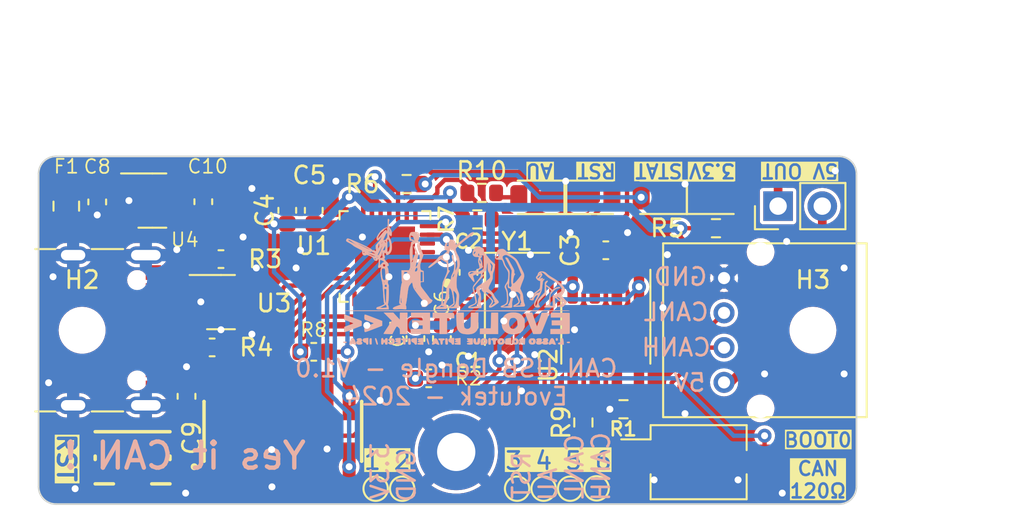
<source format=kicad_pcb>
(kicad_pcb (version 20221018) (generator pcbnew)
  (layers (0 "F.Cu" signal) (31 "B.Cu" signal) (34 "B.Paste" user) (35 "F.Paste" user) (36 "B.SilkS" user "B.Silkscreen") (37 "F.SilkS" user "F.Silkscreen") (38 "B.Mask" user) (39 "F.Mask" user) (44 "Edge.Cuts" user))
  (net 0 "")
  (net 1 "+3.3V")
  (net 2 "GND")
  (net 3 "+5V")
  (net 4 "/STATUS")
  (net 5 "/EXT_RST")
  (net 6 "/EXT_AU")
  (net 9 "/SWDIO")
  (net 10 "/SWCLK")
  (net 11 "/SWO")
  (net 14 "/~{RST}")
  (net 15 "/VCP_RX")
  (net 16 "/VCP_TX")
  (net 17 "/CANH")
  (net 18 "/CANL")
  (net 19 "Net-(R9-Pad2)")
  (net 20 "Net-(U1-PF0)")
  (net 23 "Net-(U1-PF1)")
  (net 24 "/USB_P")
  (net 25 "/USB_N")
  (net 26 "Net-(U2-Rs)")
  (net 37 "/CAN_TX")
  (net 38 "/CAN_RX")
  (net 40 "/BOOT0")
  (net 42 "Net-(F1-Pad1)")
  (net 43 "Net-(J1-CC1)")
  (net 45 "Net-(J1-CC2)")
  (net 47 "Net-(J2-Pin_1)")
  (net 48 "Net-(D1-A)")
  (net 49 "Net-(D2-A)")
  (net 50 "Net-(D3-A)")
  (net 51 "Net-(D4-A)")
  (net 52 "/D_P")
  (net 53 "/D_N")
  (footprint "Capacitor_SMD:C_0603_1608Metric" (layer "F.Cu") (at 35.814 33.101 90)
    (fp_text reference "C5")
    (fp_text value "100nF" hide)
  )
  (footprint "Capacitor_SMD:C_0603_1608Metric" (layer "F.Cu") (at 30.48 35.908)
    (fp_text reference "R3")
    (fp_text value "5k1" hide)
  )
  (footprint "Capacitor_SMD:C_0603_1608Metric" (layer "F.Cu") (at 52.598 35.4)
    (fp_text reference "C3")
    (fp_text value "100nF" hide)
  )
  (footprint "MountingHole:MountingHole_2.2mm_M2_ISO14580" (layer "F.Cu") (at 22.5 40)
    (fp_text reference "H2")
    (fp_text value "M2")
  )
  (footprint "Capacitor_SMD:C_0603_1608Metric" (layer "F.Cu") (at 35.814 41.242 180)
    (fp_text reference "R8")
    (fp_text value "10k" hide)
  )
  (footprint "Resistor_SMD:R_0603_1608Metric" (layer "F.Cu") (at 41.148 31.59 180)
    (fp_text reference "R6")
    (fp_text value "510" hide)
  )
  (footprint "TestPoint:TestPoint_Pad_D1.0mm" (layer "F.Cu") (at 50.546 49.116 -90)
    (fp_text reference "TP5" hide)
    (fp_text value "TestPoint_Small" hide)
  )
  (footprint "Capacitor_SMD:C_0805_2012Metric" (layer "F.Cu") (at 21.59 32.86 90)
    (fp_text reference "F1")
    (fp_text value "0805" hide)
  )
  (footprint "Button_Switch_SMD:SW_DIP_SPSTx02_Slide_KingTek_DSHP02TS_W7.62mm_P1.27mm" (layer "F.Cu") (at 57.932 47.592)
    (fp_text reference "SW2" hide)
    (fp_text value "416131160802" hide)
  )
  (footprint "LED_SMD:LED_0805_2012Metric" (layer "F.Cu") (at 52.0115 32.352)
    (fp_text reference "D3" hide)
    (fp_text value "ORANGE" hide)
  )
  (footprint "Crystal:Crystal_SMD_5032-4Pin_5.0x3.2mm" (layer "F.Cu") (at 47.498 38.194 -90)
    (fp_text reference "Y1")
    (fp_text value "16MHz" hide)
  )
  (footprint "Package_DFN_QFN:QFN-32-1EP_5x5mm_P0.5mm_EP3.45x3.45mm" (layer "F.Cu") (at 39.906 35.7565 180)
    (fp_text reference "U1")
    (fp_text value "STM32G491KEUx" hide)
  )
  (footprint "Capacitor_SMD:C_0603_1608Metric" (layer "F.Cu") (at 34.29 33.101 90)
    (fp_text reference "C4")
    (fp_text value "10uF" hide)
  )
  (footprint "Capacitor_SMD:C_0603_1608Metric" (layer "F.Cu") (at 29.972 40.988 180)
    (fp_text reference "R4")
    (fp_text value "5k1" hide)
  )
  (footprint "Package_TO_SOT_SMD:SOT-23-6" (layer "F.Cu") (at 30.48 38.382)
    (fp_text reference "U3")
    (fp_text value "WE-TVS-82400102" hide)
  )
  (footprint "LED_SMD:LED_0805_2012Metric" (layer "F.Cu") (at 55.5675 32.352 180)
    (fp_text reference "D2" hide)
    (fp_text value "GREEN" hide)
  )
  (footprint "Capacitor_SMD:C_0603_1608Metric" (layer "F.Cu") (at 28.5 43.8 90)
    (fp_text reference "C9")
    (fp_text value "100nF")
  )
  (footprint "Resistor_SMD:R_0603_1608Metric" (layer "F.Cu") (at 45.466 32.098 180)
    (fp_text reference "R10")
    (fp_text value "510" hide)
  )
  (footprint "Resistor_SMD:R_0603_1608Metric" (layer "F.Cu") (at 58.928 34.13 180)
    (fp_text reference "R5")
    (fp_text value "510" hide)
  )
  (footprint "Package_SO:SOIC-8_3.9x4.9mm_P1.27mm" (layer "F.Cu") (at 52.598 39.972 -90)
    (fp_text reference "U2")
    (fp_text value "MCP2551-I-SN" hide)
  )
  (footprint "Capacitor_SMD:C_0603_1608Metric" (layer "F.Cu") (at 23.368 32.619 -90)
    (fp_text reference "C8")
    (fp_text value "1uF" hide)
  )
  (footprint "ConnectorsEvo:S04B-PASK" (layer "F.Cu") (at 59.392 40 -90)
    (fp_text reference "J2" hide)
    (fp_text value "Conn_01x04_Pin" hide)
  )
  (footprint "TestPoint:TestPoint_Pad_D1.0mm" (layer "F.Cu") (at 49.022 49.116 -90)
    (fp_text reference "TP4" hide)
    (fp_text value "TestPoint_Small" hide)
  )
  (footprint "Resistor_SMD:R_0603_1608Metric" (layer "F.Cu") (at 51.308 45.306 -90)
    (fp_text reference "R9")
    (fp_text value "120" hide)
  )
  (footprint "ConnectorsEvo:SAMTEC_FTSH-107-01-L-DV-K" (layer "F.Cu") (at 34.036 45.817)
    (fp_text reference "J3" hide)
    (fp_text value "STLINK")
  )
  (footprint "TestPoint:TestPoint_Pad_D1.0mm" (layer "F.Cu") (at 47.498 49.116 -90)
    (fp_text reference "TP3" hide)
    (fp_text value "TestPoint_Small" hide)
  )
  (footprint "Capacitor_SMD:C_0603_1608Metric" (layer "F.Cu") (at 43.18 40.48 -90)
    (fp_text reference "C6")
    (fp_text value "100nF" hide)
  )
  (footprint "MountingHole:MountingHole_2.2mm_M2_ISO14580" (layer "F.Cu") (at 64.5 40)
    (fp_text reference "H3")
    (fp_text value "M2")
  )
  (footprint "Capacitor_SMD:C_0603_1608Metric" (layer "F.Cu") (at 42.418 42.766 180)
    (fp_text reference "R2")
    (fp_text value "10k" hide)
  )
  (footprint "Package_TO_SOT_SMD:SOT-23-5" (layer "F.Cu") (at 26.5375 32.54)
    (fp_text reference "U4")
    (fp_text value "NCP718xSN330" hide)
  )
  (footprint "Capacitor_SMD:C_0603_1608Metric" (layer "F.Cu") (at 29.464 32.606 -90)
    (fp_text reference "C10")
    (fp_text value "1uF" hide)
  )
  (footprint "TestPoint:TestPoint_Pad_D1.0mm" (layer "F.Cu") (at 39.37 49.116 -90)
    (fp_text reference "TP1" hide)
    (fp_text value "TestPoint_Small" hide)
  )
  (footprint "Connector_USB:USB_C_Receptacle_GCT_USB4105-xx-A_16P_TopMnt_Horizontal" (layer "F.Cu") (at 23.057 40 -90)
    (fp_text reference "J1" hide)
    (fp_text value "USB C - 2.0" hide)
  )
  (footprint "TestPoint:TestPoint_Pad_D1.0mm" (layer "F.Cu") (at 40.894 49.116 -90)
    (fp_text reference "TP2" hide)
    (fp_text value "TestPoint_Small" hide)
  )
  (footprint "Resistor_SMD:R_0603_1608Metric" (layer "F.Cu") (at 53.614 44.544 180)
    (fp_text reference "R1")
    (fp_text value "0" hide)
  )
  (footprint "Connector_PinHeader_2.54mm:PinHeader_1x02_P2.54mm_Vertical" (layer "F.Cu") (at 62.499 32.86 90)
    (fp_text reference "JP1" hide)
    (fp_text value "Power selector" hide)
  )
  (footprint "Resistor_SMD:R_0603_1608Metric" (layer "F.Cu") (at 45.212 33.622 180)
    (fp_text reference "R7")
    (fp_text value "510" hide)
  )
  (footprint "Capacitor_SMD:C_0603_1608Metric" (layer "F.Cu") (at 44.704 36.67 90)
    (fp_text reference "C2")
    (fp_text value "18pF" hide)
  )
  (footprint "TestPoint:TestPoint_Pad_D1.0mm" (layer "F.Cu") (at 52.07 49.095 -90)
    (fp_text reference "TP6" hide)
    (fp_text value "TestPoint_Small" hide)
  )
  (footprint "MountingHole:MountingHole_2.2mm_M2_Pad" (layer "F.Cu") (at 44 47)
    (fp_text reference "H1" hide)
    (fp_text value "M2" hide)
  )
  (footprint "Capacitor_SMD:C_0603_1608Metric" (layer "F.Cu") (at 41.656 40.48 -90)
    (fp_text reference "C7")
    (fp_text value "10nF" hide)
  )
  (footprint "LED_SMD:LED_0805_2012Metric" (layer "F.Cu") (at 48.534 32.352 180)
    (fp_text reference "D4" hide)
    (fp_text value "ORANGE" hide)
  )
  (footprint "Capacitor_SMD:C_0603_1608Metric" (layer "F.Cu") (at 44.704 39.718 -90)
    (fp_text reference "C1")
    (fp_text value "18pF" hide)
  )
  (footprint "ComponentsEvo:435431019840" (layer "F.Cu") (at 25.4 47.338 180)
    (fp_text reference "SW1" hide)
    (fp_text value "435431019840" hide)
  )
  (footprint "LED_SMD:LED_0805_2012Metric" (layer "F.Cu") (at 58.948 32.352)
    (fp_text reference "D1" hide)
    (fp_text value "RED" hide)
  )
  (footprint "ComponentsEvo:logo-evo-min" (layer "B.Cu") (at 43.942 37.084 180)
    (fp_text reference "G1" hide)
    (fp_text value "Logo" hide)
  )
  (gr_circle (center 43.5 37.3) (end 43.7 37.3) (stroke (width 0.15)) (fill solid) (layer "F.SilkS"))
  (gr_arc (start 67 49) (mid 66.707107 49.707107) (end 66 50) (stroke (width 0.1)) (layer "Edge.Cuts"))
  (gr_line (start 20 49) (end 20 31) (stroke (width 0.1)) (layer "Edge.Cuts"))
  (gr_arc (start 20 31) (mid 20.292893 30.292893) (end 21 30) (stroke (width 0.1)) (layer "Edge.Cuts"))
  (gr_line (start 21 30) (end 66 30) (stroke (width 0.1)) (layer "Edge.Cuts"))
  (gr_line (start 66 50) (end 21 50) (stroke (width 0.1)) (layer "Edge.Cuts"))
  (gr_line (start 67 31) (end 67 49) (stroke (width 0.1)) (layer "Edge.Cuts"))
  (gr_arc (start 21 50) (mid 20.292893 49.707107) (end 20 49) (stroke (width 0.1)) (layer "Edge.Cuts"))
  (gr_arc (start 66 30) (mid 66.707107 30.292893) (end 67 31) (stroke (width 0.1)) (layer "Edge.Cuts"))
  (gr_text "GND\n" (at 56.896 36.924) (layer "B.SilkS") (effects (font (size 1 1)) (justify mirror)))
  (gr_text "CANL" (at 56.642 38.956) (layer "B.SilkS") (effects (font (size 1 1)) (justify mirror)))
  (gr_text "CANL" (at 50.8 47.846 90) (layer "B.SilkS") (effects (font (size 1 1)) (justify mirror)))
  (gr_text "RST" (at 47.752 48.354 90) (layer "B.SilkS") (effects (font (size 1 1)) (justify mirror)))
  (gr_text "CAN USB Dongle - V1.0\nEvolutek - 2024" (at 44 43) (layer "B.SilkS") (effects (font (size 1 1)) (justify mirror)))
  (gr_text "5V\n" (at 57.404 43.02) (layer "B.SilkS") (effects (font (size 1 1)) (justify mirror)))
  (gr_text "AU\n" (at 49.276 48.862 90) (layer "B.SilkS") (effects (font (size 1 1)) (justify mirror)))
  (gr_text "GND\n" (at 41.148 48.354 90) (layer "B.SilkS") (effects (font (size 1 1)) (justify mirror)))
  (gr_text "CANH\n" (at 56.642 40.988) (layer "B.SilkS") (effects (font (size 1 1)) (justify mirror)))
  (gr_text "CANH\n" (at 52.324 47.846 90) (layer "B.SilkS") (effects (font (size 1 1)) (justify mirror)))
  (gr_text "3.3V\n" (at 39.624 48.1 90) (layer "B.SilkS") (effects (font (size 1 1)) (justify mirror)))
  (gr_text "Yes it CAN !" (at 35.5 48.1) (layer "B.SilkS") (effects (font (size 1.5 1.5) (thickness 0.25) bold) (justify left bottom mirror)))
  (gr_text "STAT" (at 55.646 30.828 180) (layer "F.SilkS" knockout) (effects (font (size 0.8 0.8) (thickness 0.15) bold)))
  (gr_text "3.3V" (at 58.694 30.828 180) (layer "F.SilkS" knockout) (effects (font (size 0.8 0.8) (thickness 0.15) bold)))
  (gr_text "RST\n" (at 52.07 30.828 180) (layer "F.SilkS" knockout) (effects (font (size 0.8 0.8) (thickness 0.15) bold)))
  (gr_text "RST\n" (at 21.59 47.338 -90) (layer "F.SilkS" knockout) (effects (font (size 1 1) (thickness 0.2) bold)))
  (gr_text "1 2" (at 38.608 48.1) (layer "F.SilkS" knockout) (effects (font (size 1 1)) (justify left bottom)))
  (gr_text "5V OUT\n" (at 63.774 30.828 180) (layer "F.SilkS" knockout) (effects (font (size 0.8 0.8) (thickness 0.15) bold)))
  (gr_text "BOOT0\n" (at 64.79 46.322) (layer "F.SilkS" knockout) (effects (font (size 0.8 0.8) (thickness 0.15) bold)))
  (gr_text "AU\n" (at 48.768 30.828 180) (layer "F.SilkS" knockout) (effects (font (size 0.8 0.8) (thickness 0.15) bold)))
  (gr_text "3 4 5 6" (at 46.736 48.1) (layer "F.SilkS" knockout) (effects (font (size 1 1)) (justify left bottom)))
  (gr_text "CAN\n120Ω" (at 64.79 48.608) (layer "F.SilkS" knockout) (effects (font (size 0.8 0.8) (thickness 0.15) bold)))
  (segment (start 43.18 37.991172) (end 42.770328 37.5815) (width 0.5) (layer "F.Cu") (net 1))
  (segment (start 38.1 46.068) (end 32.135 46.068) (width 0.25) (layer "F.Cu") (net 1))
  (segment (start 56.896 34.638) (end 57.658 35.4) (width 0.25) (layer "F.Cu") (net 1))
  (segment (start 36.055 40.226) (end 38.1 40.226) (width 0.25) (layer "F.Cu") (net 1))
  (segment (start 59.69 35.4) (end 60.452 36.162) (width 0.25) (layer "F.Cu") (net 1))
  (segment (start 57.404 42.004) (end 56.388 43.02) (width 0.25) (layer "F.Cu") (net 1))
  (segment (start 34.29 33.876) (end 35.814 33.876) (width 0.5) (layer "F.Cu") (net 1))
  (segment (start 27.675 31.59) (end 29.223 31.59) (width 0.5) (layer "F.Cu") (net 1))
  (segment (start 35.039 41.242) (end 36.055 40.226) (width 0.25) (layer "F.Cu") (net 1))
  (segment (start 31.496 46.707) (end 31.496 47.852) (width 0.25) (layer "F.Cu") (net 1))
  (segment (start 38.862 45.306) (end 38.1 46.068) (width 0.25) (layer "F.Cu") (net 1))
  (segment (start 29.223 31.59) (end 29.464 31.831) (width 0.5) (layer "F.Cu") (net 1))
  (segment (start 38.156808 32.3343) (end 38.656 32.833492) (width 0.25) (layer "F.Cu") (net 1))
  (segment (start 56.388 45.306) (end 54.737 46.957) (width 0.25) (layer "F.Cu") (net 1))
  (segment (start 54.737 46.957) (end 54.122 46.957) (width 0.25) (layer "F.Cu") (net 1))
  (segment (start 35.814 33.876) (end 35.8695 33.9315) (width 0.5) (layer "F.Cu") (net 1))
  (segment (start 56.896 34.13) (end 58.103 34.13) (width 0.25) (layer "F.Cu") (net 1))
  (segment (start 43.18 39.705) (end 43.18 37.991172) (width 0.5) (layer "F.Cu") (net 1))
  (segment (start 32.766 33.876) (end 34.29 33.876) (width 0.5) (layer "F.Cu") (net 1))
  (segment (start 59.944 42.004) (end 57.404 42.004) (width 0.25) (layer "F.Cu") (net 1))
  (segment (start 60.452 41.496) (end 59.944 42.004) (width 0.25) (layer "F.Cu") (net 1))
  (segment (start 57.658 35.4) (end 59.69 35.4) (width 0.25) (layer "F.Cu") (net 1))
  (segment (start 60.452 36.162) (end 60.452 41.496) (width 0.25) (layer "F.Cu") (net 1))
  (segment (start 38.862 45.433) (end 38.862 45.306) (width 0.25) (layer "F.Cu") (net 1))
  (segment (start 38.862 40.988) (end 38.862 45.306) (width 0.25) (layer "F.Cu") (net 1))
  (segment (start 30.721 31.831) (end 32.766 33.876) (width 0.5) (layer "F.Cu") (net 1))
  (segment (start 38.1 40.226) (end 38.862 40.988) (width 0.25) (layer "F.Cu") (net 1))
  (segment (start 42.770328 37.5815) (end 42.3435 37.5815) (width 0.5) (layer "F.Cu") (net 1))
  (segment (start 43.18 39.705) (end 41.656 39.705) (width 0.5) (layer "F.Cu") (net 1))
  (segment (start 38.656 32.833492) (end 38.656 33.319) (width 0.25) (layer "F.Cu") (net 1))
  (segment (start 37.835604 32.3343) (end 38.156808 32.3343) (width 0.25) (layer "F.Cu") (net 1))
  (segment (start 56.896 34.13) (end 56.896 34.638) (width 0.25) (layer "F.Cu") (net 1))
  (segment (start 32.135 46.068) (end 31.496 46.707) (width 0.25) (layer "F.Cu") (net 1))
  (segment (start 39.37 49.116) (end 39.37 45.941) (width 0.25) (layer "F.Cu") (net 1))
  (segment (start 29.464 31.831) (end 30.721 31.831) (width 0.5) (layer "F.Cu") (net 1))
  (segment (start 56.388 43.02) (end 56.388 45.306) (width 0.25) (layer "F.Cu") (net 1))
  (segment (start 35.8695 33.9315) (end 37.4685 33.9315) (width 0.5) (layer "F.Cu") (net 1))
  (segment (start 39.37 45.941) (end 38.862 45.433) (width 0.25) (layer "F.Cu") (net 1))
  (via (at 41.656 39.718) (size 0.8) (drill 0.4) (layers "F.Cu" "B.Cu") (net 1))
  (via (at 35.039 41.242) (size 0.8) (drill 0.4) (layers "F.Cu" "B.Cu") (net 1))
  (via (at 56.896 34.13) (size 0.8) (drill 0.4) (layers "F.Cu" "B.Cu") (net 1))
  (via (at 37.835604 32.3343) (size 0.8) (drill 0.4) (layers "F.Cu" "B.Cu") (net 1))
  (via (at 33.528 33.876) (size 0.8) (drill 0.4) (layers "F.Cu" "B.Cu") (net 1))
  (segment (start 37.835604 32.3343) (end 36.293904 33.876) (width 0.5) (layer "B.Cu") (net 1))
  (segment (start 38.929 32.927) (end 54.002918 32.927) (width 0.5) (layer "B.Cu") (net 1))
  (segment (start 45.974 32.927) (end 44.45 32.927) (width 0.5) (layer "B.Cu") (net 1))
  (segment (start 55.205918 34.13) (end 56.896 34.13) (width 0.5) (layer "B.Cu") (net 1))
  (segment (start 43.688 39.718) (end 45.974 37.432) (width 0.5) (layer "B.Cu") (net 1))
  (segment (start 41.656 39.718) (end 43.688 39.718) (width 0.5) (layer "B.Cu") (net 1))
  (segment (start 45.974 37.432) (end 45.974 32.927) (width 0.5) (layer "B.Cu") (net 1))
  (segment (start 37.835604 32.3343) (end 38.3363 32.3343) (width 0.5) (layer "B.Cu") (net 1))
  (segment (start 36.293904 33.876) (end 33.528 33.876) (width 0.5) (layer "B.Cu") (net 1))
  (segment (start 33.528 36.657) (end 33.528 33.876) (width 0.25) (layer "B.Cu") (net 1))
  (segment (start 35.039 41.242) (end 35.039 38.168) (width 0.25) (layer "B.Cu") (net 1))
  (segment (start 35.039 38.168) (end 33.528 36.657) (width 0.25) (layer "B.Cu") (net 1))
  (segment (start 54.002918 32.927) (end 55.205918 34.13) (width 0.5) (layer "B.Cu") (net 1))
  (segment (start 38.3363 32.3343) (end 38.929 32.927) (width 0.5) (layer "B.Cu") (net 1))
  (via (at 28.5 42.1) (size 0.8) (drill 0.4) (layers "F.Cu" "B.Cu") (net 2))
  (via (at 35.052 35.4) (size 0.8) (drill 0.4) (layers "F.Cu" "B.Cu") (net 2))
  (via (at 50.292 31.4235) (size 0.8) (drill 0.4) (layers "F.Cu" "B.Cu") (net 2))
  (via (at 41.148 36.924) (size 0.8) (drill 0.4) (layers "F.Cu" "B.Cu") (net 2))
  (via (at 34.798 36.416) (size 0.8) (drill 0.4) (layers "F.Cu" "B.Cu") (net 2))
  (via (at 61.722 42.512) (size 0.8) (drill 0.4) (layers "F.Cu" "B.Cu") (net 2))
  (via (at 62.992 34.892) (size 0.8) (drill 0.4) (layers "F.Cu" "B.Cu") (net 2))
  (via (at 66.294 36.416) (size 0.8) (drill 0.4) (layers "F.Cu" "B.Cu") (net 2))
  (via (at 31.75 34.638) (size 0.8) (drill 0.4) (layers "F.Cu" "B.Cu") (net 2))
  (via (at 25.190057 32.541672) (size 0.8) (drill 0.4) (layers "F.Cu" "B.Cu") (net 2))
  (via (at 48.26 37.94) (size 0.8) (drill 0.4) (layers "F.Cu" "B.Cu") (net 2))
  (via (at 20.828 36.924) (size 0.8) (drill 0.4) (layers "F.Cu" "B.Cu") (net 2))
  (via (at 47.244 37.94) (size 0.8) (drill 0.4) (layers "F.Cu" "B.Cu") (net 2))
  (via (at 44.704 41.496) (size 0.8) (drill 0.4) (layers "F.Cu" "B.Cu") (net 2))
  (via (at 50.546 34.384) (size 0.8) (drill 0.4) (layers "F.Cu" "B.Cu") (net 2))
  (via (at 47.752 43.4905) (size 0.8) (drill 0.4) (layers "F.Cu" "B.Cu") (net 2))
  (via (at 48.26 35.654) (size 0.8) (drill 0.4) (layers "F.Cu" "B.Cu") (net 2))
  (via (at 32.258 31.844) (size 0.8) (drill 0.4) (layers "F.Cu" "B.Cu") (net 2))
  (via (at 32.258 40.226) (size 0.8) (drill 0.4) (layers "F.Cu" "B.Cu") (net 2))
  (via (at 65.786 30.828) (size 0.8) (drill 0.4) (layers "F.Cu" "B.Cu") (net 2))
  (via (at 20.574 43.02) (size 0.8) (drill 0.4) (layers "F.Cu" "B.Cu") (net 2))
  (via (at 29.32185 38.366711) (size 0.8) (drill 0.4) (layers "F.Cu" "B.Cu") (net 2))
  (via (at 44.704 35.4) (size 0.8) (drill 0.4) (layers "F.Cu" "B.Cu") (net 2))
  (via (at 55.88 38.702) (size 0.8) (drill 0.4) (layers "F.Cu" "B.Cu") (net 2))
  (via (at 53.848 34.384) (size 0.8) (drill 0.4) (layers "F.Cu" "B.Cu") (net 2))
  (via (at 57.15 44.798) (size 0.8) (drill 0.4) (layers "F.Cu" "B.Cu") (net 2))
  (via (at 52.832 44.544) (size 0.8) (drill 0.4) (layers "F.Cu" "B.Cu") (net 2))
  (via (at 36.576 46.83) (size 0.8) (drill 0.4) (layers "F.Cu" "B.Cu") (net 2))
  (via (at 28.448 49.37) (size 0.8) (drill 0.4) (layers "F.Cu" "B.Cu") (net 2))
  (via (at 56.134 35.654) (size 0.8) (drill 0.4) (layers "F.Cu" "B.Cu") (net 2))
  (via (at 57.15 31.59) (size 0.8) (drill 0.4) (layers "F.Cu" "B.Cu") (net 2))
  (via (at 37.084 31.4235) (size 0.8) (drill 0.4) (layers "F.Cu" "B.Cu") (net 2))
  (via (at 46.736 39.464) (size 0.8) (drill 0.4) (layers "F.Cu" "B.Cu") (net 2))
  (via (at 66.294 42.512) (size 0.8) (drill 0.4) (layers "F.Cu" "B.Cu") (net 2))
  (via (at 39.624 44.036) (size 0.8) (drill 0.4) (layers "F.Cu" "B.Cu") (net 2))
  (via (at 33.411147 49.009308) (size 0.8) (drill 0.4) (layers "F.Cu" "B.Cu") (net 2))
  (via (at 22.098 49.116) (size 0.8) (drill 0.4) (layers "F.Cu" "B.Cu") (net 2))
  (via (at 32.512 36.416) (size 0.8) (drill 0.4) (layers "F.Cu" "B.Cu") (net 2))
  (via (at 60.198 48.608) (size 0.8) (drill 0.4) (layers "F.Cu" "B.Cu") (net 2))
  (via (at 38.608 34.638) (size 0.8) (drill 0.4) (layers "F.Cu" "B.Cu") (net 2))
  (via (at 40.132 36.924) (size 0.8) (drill 0.4) (layers "F.Cu" "B.Cu") (net 2))
  (via (at 27.94 35.3625) (size 0.8) (drill 0.4) (layers "F.Cu" "B.Cu") (net 2))
  (via (at 55.372 48.608) (size 0.8) (drill 0.4) (layers "F.Cu" "B.Cu") (net 2))
  (via (at 42.164 38.448) (size 0.8) (drill 0.4) (layers "F.Cu" "B.Cu") (net 2))
  (via (at 30.48 39.972) (size 0.8) (drill 0.4) (layers "F.Cu" "B.Cu") (net 2))
  (via (at 33.390825 46.865327) (size 0.8) (drill 0.4) (layers "F.Cu" "B.Cu") (net 2))
  (via (at 48.514 41.402) (size 0.8) (drill 0.4) (layers "F.Cu" "B.Cu") (net 2))
  (via (at 50.8 39.972) (size 0.8) (drill 0.4) (layers "F.Cu" "B.Cu") (net 2))
  (via (at 38.862 39.718) (size 0.8) (drill 0.4) (layers "F.Cu" "B.Cu") (net 2))
  (via (at 42.418 41.242) (size 0.8) (drill 0.4) (layers "F.Cu" "B.Cu") (net 2))
  (via (at 62.738 49.37) (size 0.8) (drill 0.4) (layers "F.Cu" "B.Cu") (net 2))
  (via (at 23.368 33.368) (size 0.8) (drill 0.4) (layers "F.Cu" "B.Cu") (net 2))
  (via (at 43.18 42.004) (size 0.8) (drill 0.4) (layers "F.Cu" "B.Cu") (net 2))
  (segment (start 62.499 31.585) (end 62.499 32.86) (width 0.5) (layer "F.Cu") (net 3))
  (segment (start 24.2875 31.9405) (end 24.2875 33.0175) (width 0.5) (layer "F.Cu") (net 3))
  (segment (start 25.4 31.59) (end 24.638 31.59) (width 0.5) (layer "F.Cu") (net 3))
  (segment (start 29.687817 34.638) (end 30.48 35.430183) (width 0.25) (layer "F.Cu") (net 3))
  (segment (start 38.354 30.32) (end 38.354709 30.319291) (width 0.5) (layer "F.Cu") (net 3))
  (segment (start 53.848 30.574) (end 61.488 30.574) (width 0.5) (layer "F.Cu") (net 3))
  (segment (start 23.368 31.844) (end 21.656 31.844) (width 0.5) (layer "F.Cu") (net 3))
  (segment (start 25.4 33.49) (end 25.4 33.876) (width 0.25) (layer "F.Cu") (net 3))
  (segment (start 21.656 31.844) (end 21.59 31.91) (width 0.5) (layer "F.Cu") (net 3))
  (segment (start 51.823 37.357) (end 51.963 37.497) (width 0.25) (layer "F.Cu") (net 3))
  (segment (start 25.4 33.876) (end 26.162 34.638) (width 0.25) (layer "F.Cu") (net 3))
  (segment (start 53.8175 33.3445) (end 53.8175 30.6045) (width 0.25) (layer "F.Cu") (net 3))
  (segment (start 31.233249 38.382) (end 31.6175 38.382) (width 0.25) (layer "F.Cu") (net 3))
  (segment (start 53.593291 30.319291) (end 53.848 30.574) (width 0.5) (layer "F.Cu") (net 3))
  (segment (start 25.4 31.59) (end 25.4 31.336) (width 0.5) (layer "F.Cu") (net 3))
  (segment (start 51.823 35.4) (end 51.823 37.357) (width 0.25) (layer "F.Cu") (net 3))
  (segment (start 52.324 33.622) (end 53.54 33.622) (width 0.25) (layer "F.Cu") (net 3))
  (segment (start 24.2875 33.0175) (end 24.76 33.49) (width 0.5) (layer "F.Cu") (net 3))
  (segment (start 61.488 30.574) (end 62.499 31.585) (width 0.5) (layer "F.Cu") (net 3))
  (segment (start 51.823 34.123) (end 52.324 33.622) (width 0.25) (layer "F.Cu") (net 3))
  (segment (start 24.76 33.49) (end 25.4 33.49) (width 0.5) (layer "F.Cu") (net 3))
  (segment (start 38.354709 30.319291) (end 53.593291 30.319291) (width 0.5) (layer "F.Cu") (net 3))
  (segment (start 53.54 33.622) (end 53.8175 33.3445) (width 0.25) (layer "F.Cu") (net 3))
  (segment (start 24.638 31.59) (end 24.384 31.844) (width 0.5) (layer "F.Cu") (net 3))
  (segment (start 30.48 35.430183) (end 30.48 37.628751) (width 0.25) (layer "F.Cu") (net 3))
  (segment (start 30.48 37.628751) (end 31.233249 38.382) (width 0.25) (layer "F.Cu") (net 3))
  (segment (start 25.4 31.336) (end 26.416 30.32) (width 0.5) (layer "F.Cu") (net 3))
  (segment (start 26.162 34.638) (end 29.687817 34.638) (width 0.25) (layer "F.Cu") (net 3))
  (segment (start 26.416 30.32) (end 38.354 30.32) (width 0.5) (layer "F.Cu") (net 3))
  (segment (start 24.384 31.844) (end 24.2875 31.9405) (width 0.5) (layer "F.Cu") (net 3))
  (segment (start 51.823 35.4) (end 51.823 34.123) (width 0.25) (layer "F.Cu") (net 3))
  (segment (start 53.8175 30.6045) (end 53.848 30.574) (width 0.25) (layer "F.Cu") (net 3))
  (segment (start 24.384 31.844) (end 23.368 31.844) (width 0.5) (layer "F.Cu") (net 3))
  (segment (start 40.656 33.319) (end 40.656 31.669) (width 0.25) (layer "F.Cu") (net 4))
  (segment (start 40.656 31.669) (end 40.577 31.59) (width 0.25) (layer "F.Cu") (net 4))
  (segment (start 48.957802 34.892) (end 49.473 35.407198) (width 0.25) (layer "F.Cu") (net 5))
  (segment (start 44.387 33.622) (end 44.387 33.941396) (width 0.25) (layer "F.Cu") (net 5))
  (segment (start 49.08 47.534) (end 47.498 49.116) (width 0.25) (layer "F.Cu") (net 5))
  (segment (start 44.387 33.559) (end 44.387 33.622) (width 0.25) (layer "F.Cu") (net 5))
  (segment (start 43.6415 32.0775) (end 43.6415 32.8135) (width 0.25) (layer "F.Cu") (net 5))
  (segment (start 39.336889 31.821351) (end 40.156 32.640462) (width 0.25) (layer "F.Cu") (net 5))
  (segment (start 49.473 35.407198) (end 49.473 42.020249) (width 0.25) (layer "F.Cu") (net 5))
  (segment (start 39.336889 31.169291) (end 39.336889 31.821351) (width 0.25) (layer "F.Cu") (net 5))
  (segment (start 44.387 33.941396) (end 45.337604 34.892) (width 0.25) (layer "F.Cu") (net 5))
  (segment (start 49.08 42.413249) (end 49.08 47.534) (width 0.25) (layer "F.Cu") (net 5))
  (segment (start 43.6415 32.8135) (end 44.387 33.559) (width 0.25) (layer "F.Cu") (net 5))
  (segment (start 40.156 32.640462) (end 40.156 33.319) (width 0.25) (layer "F.Cu") (net 5))
  (segment (start 49.473 42.020249) (end 49.08 42.413249) (width 0.25) (layer "F.Cu") (net 5))
  (segment (start 45.337604 34.892) (end 48.957802 34.892) (width 0.25) (layer "F.Cu") (net 5))
  (via (at 43.6415 32.0775) (size 0.8) (drill 0.4) (layers "F.Cu" "B.Cu") (net 5))
  (via (at 39.336889 31.169291) (size 0.8) (drill 0.4) (layers "F.Cu" "B.Cu") (net 5))
  (segment (start 40.519598 32.352) (end 43.367 32.352) (width 0.25) (layer "B.Cu") (net 5))
  (segment (start 39.336889 31.169291) (end 40.519598 32.352) (width 0.25) (layer "B.Cu") (net 5))
  (segment (start 43.367 32.352) (end 43.6415 32.0775) (width 0.25) (layer "B.Cu") (net 5))
  (segment (start 49.923 42.206645) (end 49.923 35.220802) (width 0.25) (layer "F.Cu") (net 6))
  (segment (start 43.341195 31.3525) (end 42.9165 31.777195) (width 0.25) (layer "F.Cu") (net 6))
  (segment (start 44.641 32.098) (end 44.641 31.781) (width 0.25) (layer "F.Cu") (net 6))
  (segment (start 42.9165 31.777195) (end 42.9165 32.1075) (width 0.25) (layer "F.Cu") (net 6))
  (segment (start 44.2125 31.3525) (end 43.341195 31.3525) (width 0.25) (layer "F.Cu") (net 6))
  (segment (start 42.634 32.39) (end 41.599492 32.39) (width 0.25) (layer "F.Cu") (net 6))
  (segment (start 49.53 48.608) (end 49.53 42.599645) (width 0.25) (layer "F.Cu") (net 6))
  (segment (start 41.156 32.833492) (end 41.156 33.319) (width 0.25) (layer "F.Cu") (net 6))
  (segment (start 45.112 34.03) (end 45.112 32.569) (width 0.25) (layer "F.Cu") (net 6))
  (segment (start 44.641 31.781) (end 44.2125 31.3525) (width 0.25) (layer "F.Cu") (net 6))
  (segment (start 45.524 34.442) (end 45.112 34.03) (width 0.25) (layer "F.Cu") (net 6))
  (segment (start 49.923 35.220802) (end 49.144198 34.442) (width 0.25) (layer "F.Cu") (net 6))
  (segment (start 42.9165 32.1075) (end 42.634 32.39) (width 0.25) (layer "F.Cu") (net 6))
  (segment (start 41.599492 32.39) (end 41.156 32.833492) (width 0.25) (layer "F.Cu") (net 6))
  (segment (start 49.53 42.599645) (end 49.923 42.206645) (width 0.25) (layer "F.Cu") (net 6))
  (segment (start 49.144198 34.442) (end 45.524 34.442) (width 0.25) (layer "F.Cu") (net 6))
  (segment (start 45.112 32.569) (end 44.641 32.098) (width 0.25) (layer "F.Cu") (net 6))
  (segment (start 49.022 49.116) (end 49.53 48.608) (width 0.25) (layer "F.Cu") (net 6))
  (segment (start 37.4685 37.0065) (end 36.748891 37.0065) (width 0.25) (layer "F.Cu") (net 9))
  (segment (start 36.748891 37.0065) (end 31.496 42.259391) (width 0.25) (layer "F.Cu") (net 9))
  (segment (start 31.496 42.259391) (end 31.496 43.782) (width 0.25) (layer "F.Cu") (net 9))
  (segment (start 37.4685 37.5065) (end 36.885287 37.5065) (width 0.25) (layer "F.Cu") (net 10))
  (segment (start 32.766 41.625787) (end 32.766 43.782) (width 0.25) (layer "F.Cu") (net 10))
  (segment (start 36.885287 37.5065) (end 32.766 41.625787) (width 0.25) (layer "F.Cu") (net 10))
  (segment (start 38.656 38.194) (end 38.656 38.679508) (width 0.25) (layer "F.Cu") (net 11))
  (segment (start 34.036 40.992183) (end 34.036 43.782) (width 0.25) (layer "F.Cu") (net 11))
  (segment (start 35.818183 39.21) (end 34.036 40.992183) (width 0.25) (layer "F.Cu") (net 11))
  (segment (start 38.656 38.679508) (end 38.125508 39.21) (width 0.25) (layer "F.Cu") (net 11))
  (segment (start 38.125508 39.21) (end 35.818183 39.21) (width 0.25) (layer "F.Cu") (net 11))
  (segment (start 28.41 48.138) (end 27.45 48.138) (width 0.25) (layer "F.Cu") (net 14))
  (segment (start 36.576 45.052) (end 36.068 45.56) (width 0.25) (layer "F.Cu") (net 14))
  (segment (start 36.576 43.782) (end 36.576 41.255) (width 0.25) (layer "F.Cu") (net 14))
  (segment (start 43.322 35.894) (end 42.941508 35.894) (width 0.25) (layer "F.Cu") (net 14))
  (segment (start 42.941508 35.894) (end 42.829008 36.0065) (width 0.25) (layer "F.Cu") (net 14))
  (segment (start 36.576 43.782) (end 36.576 45.052) (width 0.25) (layer "F.Cu") (net 14))
  (segment (start 29.464 45.539) (end 28.5 44.575) (width 0.25) (layer "F.Cu") (net 14))
  (segment (start 28.5 44.575) (end 28.5 48.048) (width 0.25) (layer "F.Cu") (net 14))
  (segment (start 42.829008 36.0065) (end 42.3435 36.0065) (width 0.25) (layer "F.Cu") (net 14))
  (segment (start 43.434 35.782) (end 43.322 35.894) (width 0.25) (layer "F.Cu") (net 14))
  (segment (start 36.589 41.242) (end 37.7505 41.242) (width 0.25) (layer "F.Cu") (net 14))
  (segment (start 28.5 48.048) (end 28.41 48.138) (width 0.25) (layer "F.Cu") (net 14))
  (segment (start 29.464 45.56) (end 29.464 45.539) (width 0.25) (layer "F.Cu") (net 14))
  (segment (start 36.068 45.56) (end 29.464 45.56) (width 0.25) (layer "F.Cu") (net 14))
  (via (at 37.7505 41.242) (size 0.8) (drill 0.4) (layers "F.Cu" "B.Cu") (net 14))
  (via (at 43.434 35.782) (size 0.8) (drill 0.4) (layers "F.Cu" "B.Cu") (net 14))
  (segment (start 43.434 35.782) (end 40.006792 35.782) (width 0.25) (layer "B.Cu") (net 14))
  (segment (start 40.006792 35.782) (end 37.7505 38.038292) (width 0.25) (layer "B.Cu") (net 14))
  (segment (start 37.7505 38.038292) (end 37.7505 41.242) (width 0.25) (layer "B.Cu") (net 14))
  (segment (start 43.1575 34.0065) (end 42.3435 34.0065) (width 0.25) (layer "F.Cu") (net 15))
  (segment (start 43.3875 33.7765) (end 43.1575 34.0065) (width 0.25) (layer "F.Cu") (net 15))
  (via (at 43.3875 33.7765) (size 0.8) (drill 0.4) (layers "F.Cu" "B.Cu") (net 15))
  (via (at 37.846 47.852) (size 0.8) (drill 0.4) (layers "F.Cu" "B.Cu") (net 15))
  (segment (start 40.7395 33.7765) (end 36.576 37.94) (width 0.25) (layer "B.Cu") (net 15))
  (segment (start 37.121 44.063695) (end 37.121 44.082305) (width 0.25) (layer "B.Cu") (net 15))
  (segment (start 37.846 44.788695) (end 37.846 47.852) (width 0.25) (layer "B.Cu") (net 15))
  (segment (start 37.564305 44.507) (end 37.846 44.788695) (width 0.25) (layer "B.Cu") (net 15))
  (segment (start 37.545695 44.507) (end 37.564305 44.507) (width 0.25) (layer "B.Cu") (net 15))
  (segment (start 36.576 37.94) (end 36.576 43.518695) (width 0.25) (layer "B.Cu") (net 15))
  (segment (start 37.121 44.082305) (end 37.545695 44.507) (width 0.25) (layer "B.Cu") (net 15))
  (segment (start 43.3875 33.7765) (end 40.7395 33.7765) (width 0.25) (layer "B.Cu") (net 15))
  (segment (start 36.576 43.518695) (end 37.121 44.063695) (width 0.25) (layer "B.Cu") (net 15))
  (segment (start 43.434 34.775583) (end 43.164917 34.5065) (width 0.25) (layer "F.Cu") (net 16))
  (segment (start 43.164917 34.5065) (end 42.3435 34.5065) (width 0.25) (layer "F.Cu") (net 16))
  (via (at 43.434 34.775583) (size 0.8) (drill 0.4) (layers "F.Cu" "B.Cu") (net 16))
  (via (at 37.846 43.782) (size 0.8) (drill 0.4) (layers "F.Cu" "B.Cu") (net 16))
  (segment (start 40.376813 34.775583) (end 37.026 38.126396) (width 0.25) (layer "B.Cu") (net 16))
  (segment (start 43.434 34.775583) (end 40.376813 34.775583) (width 0.25) (layer "B.Cu") (net 16))
  (segment (start 37.026 38.126396) (end 37.026 42.962) (width 0.25) (layer "B.Cu") (net 16))
  (segment (start 37.026 42.962) (end 37.846 43.782) (width 0.25) (layer "B.Cu") (net 16))
  (segment (start 50.508 45.713538) (end 50.857538 45.364) (width 0.25) (layer "F.Cu") (net 17))
  (segment (start 54.122 48.227) (end 53.467 48.227) (width 0.25) (layer "F.Cu") (net 17))
  (segment (start 53.594 45.306) (end 53.594 43.93) (width 0.25) (layer "F.Cu") (net 17))
  (segment (start 52.128 45.364) (end 52.832 46.068) (width 0.25) (layer "F.Cu") (net 17))
  (segment (start 53.233 42.447) (end 53.233 41.369) (width 0.25) (layer "F.Cu") (net 17))
  (segment (start 53.233 43.569) (end 53.233 42.447) (width 0.25) (layer "F.Cu") (net 17))
  (segment (start 53.602 41) (end 59.392 41) (width 0.25) (layer "F.Cu") (net 17))
  (segment (start 52.832 46.068) (end 53.594 45.306) (width 0.25) (layer "F.Cu") (net 17))
  (segment (start 52.832 47.592) (end 52.832 46.068) (width 0.25) (layer "F.Cu") (net 17))
  (segment (start 50.857538 45.364) (end 52.128 45.364) (width 0.25) (layer "F.Cu") (net 17))
  (segment (start 52.07 49.095) (end 50.508 47.533) (width 0.25) (layer "F.Cu") (net 17))
  (segment (start 53.467 48.227) (end 52.832 47.592) (width 0.25) (layer "F.Cu") (net 17))
  (segment (start 50.508 47.533) (end 50.508 45.713538) (width 0.25) (layer "F.Cu") (net 17))
  (segment (start 53.233 41.369) (end 53.602 41) (width 0.25) (layer "F.Cu") (net 17))
  (segment (start 53.594 43.93) (end 53.233 43.569) (width 0.25) (layer "F.Cu") (net 17))
  (segment (start 51.963 42.447) (end 51.963 41.369) (width 0.25) (layer "F.Cu") (net 18))
  (segment (start 50.058 45.527142) (end 51.104142 44.481) (width 0.25) (layer "F.Cu") (net 18))
  (segment (start 51.371 44.481) (end 51.308 44.481) (width 0.25) (layer "F.Cu") (net 18))
  (segment (start 51.104142 44.481) (end 51.308 44.481) (width 0.25) (layer "F.Cu") (net 18))
  (segment (start 53.106 40.226) (end 58.166 40.226) (width 0.25) (layer "F.Cu") (net 18))
  (segment (start 51.963 41.369) (end 53.106 40.226) (width 0.25) (layer "F.Cu") (net 18))
  (segment (start 50.058 48.628) (end 50.058 45.527142) (width 0.25) (layer "F.Cu") (net 18))
  (segment (start 51.963 43.889) (end 51.371 44.481) (width 0.25) (layer "F.Cu") (net 18))
  (segment (start 51.963 42.447) (end 51.963 43.889) (width 0.25) (layer "F.Cu") (net 18))
  (segment (start 58.166 40.226) (end 59.392 39) (width 0.25) (layer "F.Cu") (net 18))
  (segment (start 50.546 49.116) (end 50.058 48.628) (width 0.25) (layer "F.Cu") (net 18))
  (segment (start 61.214 49.37) (end 53.47 49.37) (width 0.25) (layer "F.Cu") (net 19))
  (segment (start 53.47 49.37) (end 53.086 48.986) (width 0.25) (layer "F.Cu") (net 19))
  (segment (start 61.742 48.842) (end 61.214 49.37) (width 0.25) (layer "F.Cu") (net 19))
  (segment (start 61.742 48.227) (end 61.742 48.842) (width 0.25) (layer "F.Cu") (net 19))
  (segment (start 53.086 48.986) (end 53.086 48.608) (width 0.25) (layer "F.Cu") (net 19))
  (segment (start 51.308 46.83) (end 51.308 46.131) (width 0.25) (layer "F.Cu") (net 19))
  (segment (start 53.086 48.608) (end 51.308 46.83) (width 0.25) (layer "F.Cu") (net 19))
  (segment (start 43.904 38.143) (end 43.904 37.648) (width 0.25) (layer "F.Cu") (net 20))
  (segment (start 47.373 38.719) (end 48.498 39.844) (width 0.25) (layer "F.Cu") (net 20))
  (segment (start 44.928 38.719) (end 47.373 38.719) (width 0.25) (layer "F.Cu") (net 20))
  (segment (start 43.904 37.648) (end 43.2625 37.0065) (width 0.25) (layer "F.Cu") (net 20))
  (segment (start 43.2625 37.0065) (end 42.3435 37.0065) (width 0.25) (layer "F.Cu") (net 20))
  (segment (start 44.704 38.943) (end 44.928 38.719) (width 0.25) (layer "F.Cu") (net 20))
  (segment (start 44.704 38.943) (end 43.904 38.143) (width 0.25) (layer "F.Cu") (net 20))
  (segment (start 43.7655 36.5065) (end 44.704 37.445) (width 0.25) (layer "F.Cu") (net 23))
  (segment (start 44.704 37.445) (end 45.597 37.445) (width 0.25) (layer "F.Cu") (net 23))
  (segment (start 45.597 37.445) (end 46.498 36.544) (width 0.25) (layer "F.Cu") (net 23))
  (segment (start 42.3435 36.5065) (end 43.7655 36.5065) (width 0.25) (layer "F.Cu") (net 23))
  (segment (start 33.786995 39.332) (end 36.612495 36.5065) (width 0.25) (layer "F.Cu") (net 24))
  (segment (start 31.6175 39.332) (end 33.786995 39.332) (width 0.25) (layer "F.Cu") (net 24))
  (segment (start 36.612495 36.5065) (end 37.4685 36.5065) (width 0.25) (layer "F.Cu") (net 24))
  (segment (start 33.182052 37.432) (end 33.09 37.432) (width 0.25) (layer "F.Cu") (net 25))
  (segment (start 36.476099 36.0065) (end 35.050599 37.432) (width 0.25) (layer "F.Cu") (net 25))
  (segment (start 35.050599 37.432) (end 34.29 37.432) (width 0.25) (layer "F.Cu") (net 25))
  (segment (start 37.4685 36.0065) (end 36.476099 36.0065) (width 0.25) (layer "F.Cu") (net 25))
  (segment (start 33.782052 37.939949) (end 33.69 37.939949) (width 0.25) (layer "F.Cu") (net 25))
  (segment (start 34.036026 37.685974) (end 34.036026 37.685975) (width 0.25) (layer "F.Cu") (net 25))
  (segment (start 33.436026 37.685975) (end 33.436026 37.685974) (width 0.25) (layer "F.Cu") (net 25))
  (segment (start 33.09 37.432) (end 31.6175 37.432) (width 0.25) (layer "F.Cu") (net 25))
  (arc (start 34.036026 37.685975) (mid 33.961639 37.865562) (end 33.782052 37.939949) (width 0.25) (layer "F.Cu") (net 25))
  (arc (start 33.436026 37.685974) (mid 33.361639 37.506387) (end 33.182052 37.432) (width 0.25) (layer "F.Cu") (net 25))
  (arc (start 33.69 37.939949) (mid 33.510413 37.865562) (end 33.436026 37.685975) (width 0.25) (layer "F.Cu") (net 25))
  (arc (start 34.29 37.432) (mid 34.110413 37.506387) (end 34.036026 37.685974) (width 0.25) (layer "F.Cu") (net 25))
  (segment (start 54.439 44.544) (end 54.439 42.511) (width 0.25) (layer "F.Cu") (net 26))
  (segment (start 54.439 42.511) (end 54.503 42.447) (width 0.25) (layer "F.Cu") (net 26))
  (segment (start 45.264282 44.232) (end 47.494051 42.002231) (width 0.25) (layer "F.Cu") (net 37))
  (segment (start 39.656 42.668213) (end 41.219787 44.232) (width 0.25) (layer "F.Cu") (net 37))
  (segment (start 41.219787 44.232) (end 45.264282 44.232) (width 0.25) (layer "F.Cu") (net 37))
  (segment (start 47.494051 42.002231) (end 47.494051 41.762548) (width 0.25) (layer "F.Cu") (net 37))
  (segment (start 39.656 38.194) (end 39.656 42.668213) (width 0.25) (layer "F.Cu") (net 37))
  (via (at 54.503 37.497) (size 0.8) (drill 0.4) (layers "F.Cu" "B.Cu") (net 37))
  (via (at 47.494051 41.762548) (size 0.8) (drill 0.4) (layers "F.Cu" "B.Cu") (net 37))
  (segment (start 47.494051 41.762548) (end 47.494051 40.518345) (width 0.25) (layer "B.Cu") (net 37))
  (segment (start 53.778 38.222) (end 54.503 37.497) (width 0.25) (layer "B.Cu") (net 37))
  (segment (start 49.790396 38.222) (end 53.778 38.222) (width 0.25) (layer "B.Cu") (net 37))
  (segment (start 47.494051 40.518345) (end 49.790396 38.222) (width 0.25) (layer "B.Cu") (net 37))
  (segment (start 41.406183 43.782) (end 40.156 42.531817) (width 0.25) (layer "F.Cu") (net 38))
  (segment (start 46.482 41.75) (end 46.482 42.258) (width 0.25) (layer "F.Cu") (net 38))
  (segment (start 40.156 42.531817) (end 40.156 38.194) (width 0.25) (layer "F.Cu") (net 38))
  (segment (start 44.958 43.782) (end 41.406183 43.782) (width 0.25) (layer "F.Cu") (net 38))
  (segment (start 46.482 42.258) (end 44.958 43.782) (width 0.25) (layer "F.Cu") (net 38))
  (via (at 46.482 41.75) (size 0.8) (drill 0.4) (layers "F.Cu" "B.Cu") (net 38))
  (via (at 50.693 37.497) (size 0.8) (drill 0.4) (layers "F.Cu" "B.Cu") (net 38))
  (segment (start 46.482 41.75) (end 46.482 40.894) (width 0.25) (layer "B.Cu") (net 38))
  (segment (start 46.482 40.894) (end 49.879 37.497) (width 0.25) (layer "B.Cu") (net 38))
  (segment (start 49.879 37.497) (end 50.693 37.497) (width 0.25) (layer "B.Cu") (net 38))
  (segment (start 40.64 41.75) (end 40.64 39.200695) (width 0.25) (layer "F.Cu") (net 40))
  (segment (start 61.722 46.937) (end 61.742 46.957) (width 0.25) (layer "F.Cu") (net 40))
  (segment (start 41.656 42.766) (end 40.64 41.75) (width 0.25) (layer "F.Cu") (net 40))
  (segment (start 40.64 39.200695) (end 41.156 38.684695) (width 0.25) (layer "F.Cu") (net 40))
  (segment (start 41.156 38.684695) (end 41.156 38.194) (width 0.25) (layer "F.Cu") (net 40))
  (segment (start 61.722 46.068) (end 61.722 46.937) (width 0.25) (layer "F.Cu") (net 40))
  (via (at 41.656 42.766) (size 0.8) (drill 0.4) (layers "F.Cu" "B.Cu") (net 40))
  (via (at 61.722 46.068) (size 0.8) (drill 0.4) (layers "F.Cu" "B.Cu") (net 40))
  (segment (start 59.944 46.068) (end 61.722 46.068) (width 0.25) (layer "B.Cu") (net 40))
  (segment (start 41.656 42.766) (end 56.642 42.766) (width 0.25) (layer "B.Cu") (net 40))
  (segment (start 56.642 42.766) (end 59.944 46.068) (width 0.25) (layer "B.Cu") (net 40))
  (segment (start 21.59 34.29) (end 21.844 34.544) (width 0.5) (layer "F.Cu") (net 42))
  (segment (start 25.395 37.945) (end 25.434026 37.905974) (width 0.25) (layer "F.Cu") (net 42))
  (segment (start 21.844 34.544) (end 23.114 34.544) (width 0.5) (layer "F.Cu") (net 42))
  (segment (start 24.991 37.945) (end 25.395 37.945) (width 0.5) (layer "F.Cu") (net 42))
  (segment (start 24 35.43) (end 24 36.954) (width 0.5) (layer "F.Cu") (net 42))
  (segment (start 21.59 33.81) (end 21.59 34.29) (width 0.5) (layer "F.Cu") (net 42))
  (segment (start 26.329949 37.45) (end 25.873975 37.905974) (width 0.25) (layer "F.Cu") (net 42))
  (segment (start 26.745 37.45) (end 26.329949 37.45) (width 0.25) (layer "F.Cu") (net 42))
  (segment (start 26.745 42.55) (end 26.329949 42.55) (width 0.25) (layer "F.Cu") (net 42))
  (segment (start 26.329949 42.55) (end 25.395 41.615051) (width 0.25) (layer "F.Cu") (net 42))
  (segment (start 25.395 37.945) (end 25.146 38.194) (width 0.5) (layer "F.Cu") (net 42))
  (segment (start 25.873975 37.905974) (end 25.452987 37.905974) (width 0.25) (layer "F.Cu") (net 42))
  (segment (start 25.146 41.366051) (end 25.395 41.615051) (width 0.5) (layer "F.Cu") (net 42))
  (segment (start 25.146 38.194) (end 25.146 41.366051) (width 0.5) (layer "F.Cu") (net 42))
  (segment (start 23.114 34.544) (end 24 35.43) (width 0.5) (layer "F.Cu") (net 42))
  (segment (start 24 36.954) (end 24.991 37.945) (width 0.5) (layer "F.Cu") (net 42))
  (segment (start 29.532249 35.908) (end 29.705 35.908) (width 0.25) (layer "F.Cu") (net 43))
  (segment (start 26.745 38.75) (end 27.62 38.75) (width 0.25) (layer "F.Cu") (net 43))
  (segment (start 27.905 37.535249) (end 29.532249 35.908) (width 0.25) (layer "F.Cu") (net 43))
  (segment (start 27.905 38.465) (end 27.905 37.535249) (width 0.25) (layer "F.Cu") (net 43))
  (segment (start 27.62 38.75) (end 27.905 38.465) (width 0.25) (layer "F.Cu") (net 43))
  (segment (start 27.686 41.75) (end 26.745 41.75) (width 0.25) (layer "F.Cu") (net 45))
  (segment (start 29.197 40.988) (end 28.448 40.988) (width 0.25) (layer "F.Cu") (net 45))
  (segment (start 28.448 40.988) (end 27.686 41.75) (width 0.25) (layer "F.Cu") (net 45))
  (segment (start 61.027 41.734172) (end 59.761172 43) (width 0.5) (layer "F.Cu") (net 47))
  (segment (start 59.761172 43) (end 59.392 43) (width 0.5) (layer "F.Cu") (net 47))
  (segment (start 61.027 38.381) (end 61.027 41.734172) (width 0.5) (layer "F.Cu") (net 47))
  (segment (start 65.039 34.369) (end 61.027 38.381) (width 0.5) (layer "F.Cu") (net 47))
  (segment (start 65.039 32.86) (end 65.039 34.369) (width 0.5) (layer "F.Cu") (net 47))
  (segment (start 59.753 32.4845) (end 59.8855 32.352) (width 0.25) (layer "F.Cu") (net 48))
  (segment (start 59.753 34.13) (end 59.753 32.4845) (width 0.25) (layer "F.Cu") (net 48))
  (via (at 42.21731 31.587369) (size 0.8) (drill 0.4) (layers "F.Cu" "B.Cu") (net 49))
  (via (at 54.63 32.352) (size 0.8) (drill 0.4) (layers "F.Cu" "B.Cu") (net 49))
  (segment (start 42.21731 31.587369) (end 42.722679 31.082) (width 0.25) (layer "B.Cu") (net 49))
  (segment (start 48.765673 32.352) (end 54.63 32.352) (width 0.25) (layer "B.Cu") (net 49))
  (segment (start 47.495673 31.082) (end 48.765673 32.352) (width 0.25) (layer "B.Cu") (net 49))
  (segment (start 42.722679 31.082) (end 47.495673 31.082) (width 0.25) (layer "B.Cu") (net 49))
  (segment (start 52.949 32.352) (end 51.679 33.622) (width 0.25) (layer "F.Cu") (net 50))
  (segment (start 51.679 33.622) (end 46.037 33.622) (width 0.25) (layer "F.Cu") (net 50))
  (segment (start 46.291 32.352) (end 46.037 32.098) (width 0.25) (layer "F.Cu") (net 51))
  (segment (start 47.5965 32.352) (end 46.291 32.352) (width 0.25) (layer "F.Cu") (net 51))
  (segment (start 29.3425 39.332) (end 29.3425 39.707) (width 0.25) (layer "F.Cu") (net 52))
  (segment (start 29.3425 39.707) (end 28.956 40.0935) (width 0.25) (layer "F.Cu") (net 52))
  (segment (start 28.956 40.0935) (end 27.645 40.0935) (width 0.25) (layer "F.Cu") (net 52))
  (segment (start 27.62 40.75) (end 26.745 40.75) (width 0.25) (layer "F.Cu") (net 52))
  (segment (start 26.745 39.75) (end 27.62 39.75) (width 0.25) (layer "F.Cu") (net 52))
  (segment (start 26.77 39.775) (end 26.745 39.75) (width 0.25) (layer "F.Cu") (net 52))
  (segment (start 27.645 40.725) (end 27.62 40.75) (width 0.25) (layer "F.Cu") (net 52))
  (segment (start 27.645 39.775) (end 26.77 39.775) (width 0.25) (layer "F.Cu") (net 52))
  (segment (start 27.62 39.75) (end 27.645 39.775) (width 0.25) (layer "F.Cu") (net 52))
  (segment (start 27.645 39.775) (end 27.645 40.725) (width 0.25) (layer "F.Cu") (net 52))
  (segment (start 28.355 37.779) (end 28.355 38.651396) (width 0.25) (layer "F.Cu") (net 53))
  (segment (start 25.837 39.333) (end 25.837 40.167) (width 0.25) (layer "F.Cu") (net 53))
  (segment (start 25.837 40.167) (end 25.92 40.25) (width 0.25) (layer "F.Cu") (net 53))
  (segment (start 28.355 38.651396) (end 27.756396 39.25) (width 0.25) (layer "F.Cu") (net 53))
  (segment (start 27.756396 39.25) (end 25.92 39.25) (width 0.25) (layer "F.Cu") (net 53))
  (segment (start 29.3425 37.432) (end 28.702 37.432) (width 0.25) (layer "F.Cu") (net 53))
  (segment (start 25.92 39.25) (end 25.837 39.333) (width 0.25) (layer "F.Cu") (net 53))
  (segment (start 25.92 40.25) (end 26.745 40.25) (width 0.25) (layer "F.Cu") (net 53))
  (segment (start 28.702 37.432) (end 28.355 37.779) (width 0.25) (layer "F.Cu") (net 53))
  (zone (net 2) (net_name "GND") (layer "F.Cu") (priority 2) (connect_pads yes (clearance 0.15)) (min_thickness 0.05) (fill yes (thermal_gap 0.5) (thermal_bridge_width 0.5))
    (polygon (pts (xy 38.334896 33.602727) (xy 38.371024 33.828529) (xy 38.589298 34.027234) (xy 38.188878 34.350882) (xy 38.113611 33.951966) (xy 38.036838 33.607243)))
  )
  (zone (net 2) (net_name "GND") (layer "F.Cu") (priority 3) (connect_pads yes (clearance 0.15)) (min_thickness 0.05) (fill yes (thermal_gap 0.5) (thermal_bridge_width 0.5))
    (polygon (pts (xy 48.006 35.908) (xy 49.022 35.908) (xy 48.768 35.146) (xy 47.752 35.146)))
  )
  (zone (net 2) (net_name "GND") (layer "F.Cu") (priority 1) (connect_pads yes (clearance 0.15)) (min_thickness 0.5) (fill yes (thermal_gap 0.5) (thermal_bridge_width 0.5))
    (polygon (pts (xy 43.942 39.972) (xy 45.974 38.956) (xy 47.244 38.956) (xy 47.244 40.734) (xy 45.72 42.004) (xy 43.942 42.004)))
  )
  (zone (net 2) (net_name "GND") (layer "F.Cu") (priority 2) (connect_pads yes (clearance 0.15)) (min_thickness 0.05) (fill yes (thermal_gap 0.5) (thermal_bridge_width 0.5))
    (polygon (pts (xy 41.487401 37.907285) (xy 41.451273 37.681483) (xy 41.232999 37.482778) (xy 41.633419 37.15913) (xy 41.708686 37.558046) (xy 41.785459 37.902769)))
  )
  (zone (net 2) (net_name "GND") (layers "F&B.Cu") (connect_pads (clearance 0.15)) (min_thickness 0.05) (fill yes (thermal_gap 0.2) (thermal_bridge_width 0.7))
    (polygon (pts (xy 17.78 27.78) (xy 68.58 27.78) (xy 68.58 50.64) (xy 17.78 50.64)))
  )
)
</source>
